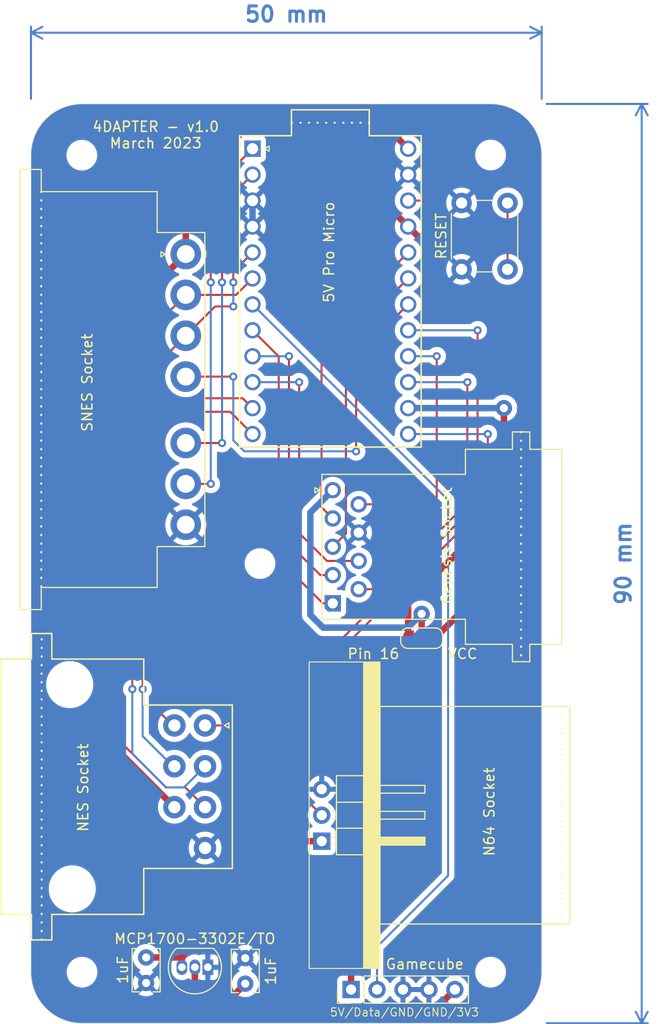
<source format=kicad_pcb>
(kicad_pcb (version 20221018) (generator pcbnew)
  (layers (0 "F.Cu" signal) (31 "B.Cu" signal) (35 "F.Paste" user) (37 "F.SilkS" user "F.Silkscreen") (38 "B.Mask" user) (39 "F.Mask" user) (44 "Edge.Cuts" user))
  (net 0 "")
  (net 1 "GND")
  (net 2 "Net-(J1-CLK)")
  (net 3 "Net-(J1-LATCH)")
  (net 4 "Net-(J1-DATA)")
  (net 5 "Net-(J1-DATA4)")
  (net 6 "Net-(J1-DATA3)")
  (net 7 "Net-(U1-C6(5))")
  (net 8 "Net-(U1-D7(6))")
  (net 9 "Net-(U1-(A2)F5)")
  (net 10 "Net-(U1-(A3)F4)")
  (net 11 "Net-(U1-(14)B3)")
  (net 12 "Net-(U1-E6(7))")
  (net 13 "Net-(U1-(15)B1)")
  (net 14 "Net-(U1-TX)")
  (net 15 "Net-(U1-RX)")
  (net 16 "Net-(J4-Pin_5)")
  (net 17 "Net-(U1-(10)B6)")
  (net 18 "Net-(U1-(A1)F6)")
  (net 19 "Net-(J4-Pin_2)")
  (net 20 "Net-(U1-RAW)")
  (net 21 "Net-(J1-VCC)")
  (net 22 "Net-(U1-RST)")
  (net 23 "Net-(JP1-C)")
  (net 24 "Net-(JP1-A)")
  (footprint "Retro Gaming:Pro Micro Headers" (layer "F.Cu") (at 129.3114 68.3514 -90)
    (fp_text reference "U1" hide)
    (fp_text value "5V Pro Micro" (at -3.8354 0.127 90) (layer "F.SilkS"))
    (fp_line (start -17.78 -3.81) (end -15.24 -3.81) (stroke (width 0.15)) (layer "F.SilkS"))
    (fp_line (start -17.78 3.81) (end -17.78 -3.81) (stroke (width 0.15)) (layer "F.SilkS"))
    (fp_line (start -16.51 -3.81) (end -16.51 3.81) (stroke (width 0.2) (type dot)) (layer "F.SilkS"))
    (fp_line (start -15.24 -8.89) (end 15.24 -8.89) (stroke (width 0.15)) (layer "F.SilkS"))
    (fp_line (start -15.24 -3.81) (end -15.24 -8.89) (stroke (width 0.15)) (layer "F.SilkS"))
    (fp_line (start -15.24 3.81) (end -17.78 3.81) (stroke (width 0.15)) (layer "F.SilkS"))
    (fp_line (start -15.24 8.89) (end -15.24 3.81) (stroke (width 0.15)) (layer "F.SilkS"))
    (fp_line (start -15.24 8.89) (end 15.24 8.89) (stroke (width 0.15)) (layer "F.SilkS"))
    (fp_line (start -14.22 5.993187) (end -13.72 5.993187) (stroke (width 0.12)) (layer "F.SilkS"))
    (fp_line (start -13.97 6.4262) (end -14.22 5.993187) (stroke (width 0.12)) (layer "F.SilkS"))
    (fp_line (start -13.72 5.993187) (end -13.97 6.4262) (stroke (width 0.12)) (layer "F.SilkS"))
    (fp_line (start 15.24 -8.89) (end 15.24 8.89) (stroke (width 0.15)) (layer "F.SilkS"))
    (pad "1" thru_hole rect (at -13.97 7.62 270) (size 1.6 1.6) (drill 1.1) (layers "*.Cu" "*.Mask") (net 14 "Net-(U1-TX)"))
    (pad "2" thru_hole circle (at -11.43 7.62 270) (size 1.6 1.6) (drill 1.1) (layers "*.Cu" "*.Mask") (net 15 "Net-(U1-RX)"))
    (pad "3" thru_hole circle (at -8.89 7.62 270) (size 1.6 1.6) (drill 1.1) (layers "*.Cu" "*.Mask") (net 1 "GND"))
    (pad "4" thru_hole circle (at -6.35 7.62 270) (size 1.6 1.6) (drill 1.1) (layers "*.Cu" "*.Mask") (net 1 "GND"))
    (pad "5" thru_hole circle (at -3.81 7.62 270) (size 1.6 1.6) (drill 1.1) (layers "*.Cu" "*.Mask") (net 3 "Net-(J1-LATCH)"))
    (pad "6" thru_hole circle (at -1.27 7.62 270) (size 1.6 1.6) (drill 1.1) (layers "*.Cu" "*.Mask") (net 2 "Net-(J1-CLK)"))
    (pad "7" thru_hole circle (at 1.27 7.62 270) (size 1.6 1.6) (drill 1.1) (layers "*.Cu" "*.Mask") (net 19 "Net-(J4-Pin_2)"))
    (pad "8" thru_hole circle (at 3.81 7.62 270) (size 1.6 1.6) (drill 1.1) (layers "*.Cu" "*.Mask") (net 7 "Net-(U1-C6(5))"))
    (pad "9" thru_hole circle (at 6.35 7.62 270) (size 1.6 1.6) (drill 1.1) (layers "*.Cu" "*.Mask") (net 8 "Net-(U1-D7(6))"))
    (pad "10" thru_hole circle (at 8.89 7.62 270) (size 1.6 1.6) (drill 1.1) (layers "*.Cu" "*.Mask") (net 12 "Net-(U1-E6(7))"))
    (pad "11" thru_hole circle (at 11.43 7.62 270) (size 1.6 1.6) (drill 1.1) (layers "*.Cu" "*.Mask") (net 6 "Net-(J1-DATA3)"))
    (pad "12" thru_hole circle (at 13.97 7.62 270) (size 1.6 1.6) (drill 1.1) (layers "*.Cu" "*.Mask") (net 5 "Net-(J1-DATA4)"))
    (pad "13" thru_hole circle (at 13.97 -7.62 270) (size 1.6 1.6) (drill 1.1) (layers "*.Cu" "*.Mask") (net 17 "Net-(U1-(10)B6)"))
    (pad "14" thru_hole circle (at 11.43 -7.62 270) (size 1.6 1.6) (drill 1.1) (layers "*.Cu" "*.Mask") (net 24 "Net-(JP1-A)"))
    (pad "15" thru_hole circle (at 8.89 -7.62 270) (size 1.6 1.6) (drill 1.1) (layers "*.Cu" "*.Mask") (net 11 "Net-(U1-(14)B3)"))
    (pad "16" thru_hole circle (at 6.35 -7.62 270) (size 1.6 1.6) (drill 1.1) (layers "*.Cu" "*.Mask") (net 13 "Net-(U1-(15)B1)"))
    (pad "17" thru_hole circle (at 3.81 -7.62 270) (size 1.6 1.6) (drill 1.1) (layers "*.Cu" "*.Mask") (net 4 "Net-(J1-DATA)"))
    (pad "18" thru_hole circle (at 1.27 -7.62 270) (size 1.6 1.6) (drill 1.1) (layers "*.Cu" "*.Mask") (net 18 "Net-(U1-(A1)F6)"))
    (pad "19" thru_hole circle (at -1.27 -7.62 270) (size 1.6 1.6) (drill 1.1) (layers "*.Cu" "*.Mask") (net 9 "Net-(U1-(A2)F5)"))
    (pad "20" thru_hole circle (at -3.81 -7.62 270) (size 1.6 1.6) (drill 1.1) (layers "*.Cu" "*.Mask") (net 10 "Net-(U1-(A3)F4)"))
    (pad "21" thru_hole circle (at -6.35 -7.62 270) (size 1.6 1.6) (drill 1.1) (layers "*.Cu" "*.Mask") (net 21 "Net-(J1-VCC)"))
    (pad "22" thru_hole circle (at -8.89 -7.62 270) (size 1.6 1.6) (drill 1.1) (layers "*.Cu" "*.Mask") (net 22 "Net-(U1-RST)"))
    (pad "23" thru_hole circle (at -11.43 -7.62 270) (size 1.6 1.6) (drill 1.1) (layers "*.Cu" "*.Mask") (net 1 "GND"))
    (pad "24" thru_hole circle (at -13.97 -7.62 270) (size 1.6 1.6) (drill 1.1) (layers "*.Cu" "*.Mask") (net 20 "Net-(U1-RAW)"))
  )
  (footprint "Retro Gaming:NES 90 Socket" (layer "F.Cu") (at 114.5032 123.5456 180)
    (fp_text reference "J1" hide)
    (fp_text value "NES Socket" (at 9.398 6.604 90) (layer "F.SilkS"))
    (fp_line (start -5.21 14.7) (end -5.21 -1.3) (stroke (width 0.15)) (layer "F.SilkS"))
    (fp_line (start -5.21 14.7) (end 3.46 14.7) (stroke (width 0.15)) (layer "F.SilkS"))
    (fp_line (start -4.878013 12.45) (end -4.445 12.7) (stroke (width 0.12)) (layer "F.SilkS"))
    (fp_line (start -4.878013 12.95) (end -4.878013 12.45) (stroke (width 0.12)) (layer "F.SilkS"))
    (fp_line (start -4.445 12.7) (end -4.878013 12.95) (stroke (width 0.12)) (layer "F.SilkS"))
    (fp_line (start 3.46 -5.8) (end 3.46 -1.3) (stroke (width 0.15)) (layer "F.SilkS"))
    (fp_line (start 3.46 -1.3) (end -5.21 -1.3) (stroke (width 0.15)) (layer "F.SilkS"))
    (fp_line (start 3.46 14.7) (end 3.46 19.2) (stroke (width 0.15)) (layer "F.SilkS"))
    (fp_line (start 3.46 19.2) (end 12.46 19.2) (stroke (width 0.15)) (layer "F.SilkS"))
    (fp_line (start 12.46 -8.3) (end 12.46 -5.8) (stroke (width 0.15)) (layer "F.SilkS"))
    (fp_line (start 12.46 -5.8) (end 3.46 -5.8) (stroke (width 0.15)) (layer "F.SilkS"))
    (fp_line (start 12.46 19.2) (end 12.46 21.7) (stroke (width 0.15)) (layer "F.SilkS"))
    (fp_line (start 12.46 21.7) (end 14.46 21.7) (stroke (width 0.15)) (layer "F.SilkS"))
    (fp_line (start 13.46 -8.29) (end 13.46 21.7) (stroke (width 0.2) (type dot)) (layer "F.SilkS"))
    (fp_line (start 14.46 -8.3) (end 12.46 -8.3) (stroke (width 0.15)) (layer "F.SilkS"))
    (fp_line (start 14.46 -5.8) (end 14.46 -8.3) (stroke (width 0.15)) (layer "F.SilkS"))
    (fp_line (start 14.46 19.2) (end 17.46 19.2) (stroke (width 0.15)) (layer "F.SilkS"))
    (fp_line (start 14.46 21.7) (end 14.46 19.2) (stroke (width 0.15)) (layer "F.SilkS"))
    (fp_line (start 17.46 -5.8) (end 14.46 -5.8) (stroke (width 0.15)) (layer "F.SilkS"))
    (fp_line (start 17.46 19.2) (end 17.46 -5.8) (stroke (width 0.15)) (layer "F.SilkS"))
    (pad "" np_thru_hole circle (at 10.46 -3.3 270) (size 4.1 4.1) (drill 4.1) (layers "*.Cu" "*.Mask"))
    (pad "" np_thru_hole circle (at 10.71 16.7 270) (size 4.1 4.1) (drill 4.1) (layers "*.Cu" "*.Mask"))
    (pad "1" thru_hole circle (at -2.54 0.7 270) (size 2.2 2.2) (drill 1.2) (layers "*.Cu" "*.Mask") (net 1 "GND"))
    (pad "2" thru_hole circle (at -2.54 4.7 270) (size 2.2 2.2) (drill 1.2) (layers "*.Cu" "*.Mask") (net 2 "Net-(J1-CLK)"))
    (pad "3" thru_hole circle (at -2.54 8.7 270) (size 2.2 2.2) (drill 1.2) (layers "*.Cu" "*.Mask") (net 3 "Net-(J1-LATCH)"))
    (pad "4" thru_hole circle (at -2.54 12.7 270) (size 2.2 2.2) (drill 1.2) (layers "*.Cu" "*.Mask") (net 4 "Net-(J1-DATA)"))
    (pad "5" thru_hole circle (at 0.46 12.7 270) (size 2.2 2.2) (drill 1.2) (layers "*.Cu" "*.Mask") (net 5 "Net-(J1-DATA4)"))
    (pad "6" thru_hole circle (at 0.46 8.7 270) (size 2.2 2.2) (drill 1.2) (layers "*.Cu" "*.Mask") (net 6 "Net-(J1-DATA3)"))
    (pad "7" thru_hole circle (at 0.46 4.7 270) (size 2.2 2.2) (drill 1.2) (layers "*.Cu" "*.Mask") (net 21 "Net-(J1-VCC)"))
  )
  (footprint "Button_Switch_THT:SW_PUSH_6mm" (layer "F.Cu") (at 142.1596 66.1924 90)
    (fp_text reference "RESET" (at 3.25 -2 90) (layer "F.SilkS"))
    (fp_text value "RESET" hide)
    (fp_line (start -0.25 1.5) (end -0.25 3) (stroke (width 0.12)) (layer "F.SilkS"))
    (fp_line (start 1 5.5) (end 5.5 5.5) (stroke (width 0.12)) (layer "F.SilkS"))
    (fp_line (start 5.5 -1) (end 1 -1) (stroke (width 0.12)) (layer "F.SilkS"))
    (fp_line (start 6.75 3) (end 6.75 1.5) (stroke (width 0.12)) (layer "F.SilkS"))
    (pad "1" thru_hole circle (at 0 0 180) (size 2 2) (drill 1.1) (layers "*.Cu" "*.Mask") (net 1 "GND"))
    (pad "1" thru_hole circle (at 6.5 0 180) (size 2 2) (drill 1.1) (layers "*.Cu" "*.Mask") (net 1 "GND"))
    (pad "2" thru_hole circle (at 0 4.5 180) (size 2 2) (drill 1.1) (layers "*.Cu" "*.Mask") (net 22 "Net-(U1-RST)"))
    (pad "2" thru_hole circle (at 6.5 4.5 180) (size 2 2) (drill 1.1) (layers "*.Cu" "*.Mask") (net 22 "Net-(U1-RST)"))
  )
  (footprint "Retro Gaming:NPTH Mounting Hole" (layer "F.Cu") (at 145 55)
    (fp_text reference "REF**" hide)
    (fp_text value "NPTH Mounting Hole" hide)
    (pad "" np_thru_hole circle (at 0 0) (size 2.5 2.5) (drill 2.5) (layers "F&B.Cu" "*.Mask"))
  )
  (footprint "Retro Gaming:NPTH Mounting Hole" (layer "F.Cu") (at 145 135)
    (fp_text reference "REF**" hide)
    (fp_text value "NPTH Mounting Hole" hide)
    (pad "" np_thru_hole circle (at 0 0) (size 2.5 2.5) (drill 2.5) (layers "F&B.Cu" "*.Mask"))
  )
  (footprint "Capacitor_THT:C_Rect_L4.0mm_W2.5mm_P2.50mm" (layer "F.Cu") (at 111.2774 133.5594 -90)
    (fp_text reference "C2" hide)
    (fp_text value "1uF" (at 1.213 2.286 90) (layer "F.SilkS"))
    (fp_line (start -0.87 -1.37) (end -0.87 -0.665) (stroke (width 0.12)) (layer "F.SilkS"))
    (fp_line (start -0.87 -1.37) (end 3.37 -1.37) (stroke (width 0.12)) (layer "F.SilkS"))
    (fp_line (start -0.87 0.665) (end -0.87 1.37) (stroke (width 0.12)) (layer "F.SilkS"))
    (fp_line (start -0.87 1.37) (end 3.37 1.37) (stroke (width 0.12)) (layer "F.SilkS"))
    (fp_line (start 3.37 -1.37) (end 3.37 -0.665) (stroke (width 0.12)) (layer "F.SilkS"))
    (fp_line (start 3.37 0.665) (end 3.37 1.37) (stroke (width 0.12)) (layer "F.SilkS"))
    (pad "1" thru_hole circle (at 0 0 270) (size 1.6 1.6) (drill 0.8) (layers "*.Cu" "*.Mask") (net 16 "Net-(J4-Pin_5)"))
    (pad "2" thru_hole circle (at 2.5 0 270) (size 1.6 1.6) (drill 0.8) (layers "*.Cu" "*.Mask") (net 1 "GND"))
  )
  (footprint "Jumper:SolderJumper-3_P1.3mm_Bridged12_RoundedPad1.0x1.5mm_NumberLabels" (layer "F.Cu") (at 138.2476 102.3018)
    (fp_text reference "JP1" hide)
    (fp_text value "SolderJumper_3_Bridged12" hide)
    (fp_text user "Pin 16" (at -4.7198 1.5334) (layer "F.SilkS"))
    (fp_text user "VCC" (at 4.0178 1.5334) (layer "F.SilkS"))
    (fp_poly (pts (xy -0.9 -0.3) (xy -0.4 -0.3) (xy -0.4 0.3) (xy -0.9 0.3)) (fill solid) (layer "F.Cu"))
    (fp_line (start -2.05 0.3) (end -2.05 -0.3) (stroke (width 0.12)) (layer "F.SilkS"))
    (fp_line (start -1.4 -1) (end 1.4 -1) (stroke (width 0.12)) (layer "F.SilkS"))
    (fp_line (start 1.4 1) (end -1.4 1) (stroke (width 0.12)) (layer "F.SilkS"))
    (fp_line (start 2.05 -0.3) (end 2.05 0.3) (stroke (width 0.12)) (layer "F.SilkS"))
    (fp_arc (start -2.05 -0.3) (mid -1.844975 -0.794975) (end -1.35 -1) (stroke (width 0.12)) (layer "F.SilkS"))
    (fp_arc (start -1.35 1) (mid -1.844975 0.794975) (end -2.05 0.3) (stroke (width 0.12)) (layer "F.SilkS"))
    (fp_arc (start 1.35 -1) (mid 1.844975 -0.794975) (end 2.05 -0.3) (stroke (width 0.12)) (layer "F.SilkS"))
    (fp_arc (start 2.05 0.3) (mid 1.844975 0.794975) (end 1.35 1) (stroke (width 0.12)) (layer "F.SilkS"))
    (pad "1" smd custom (at -1.3 0) (size 1 0.5) (layers "F.Cu" "F.Mask") (net 24 "Net-(JP1-A)") (options (clearance outline) (anchor rect)) (primitives (gr_poly (pts (xy 0.55 0.75) (xy 0 0.75) (xy 0 -0.75) (xy 0.55 -0.75)) (width 0) (fill yes)) (gr_circle (center 0 0.25) (end 0.5 0.25) (width 0) (fill yes)) (gr_circle (center 0 -0.25) (end 0.5 -0.25) (width 0) (fill yes))))
    (pad "2" smd rect (at 0 0) (size 1 1.5) (layers "F.Cu" "F.Mask") (net 23 "Net-(JP1-C)"))
    (pad "3" smd custom (at 1.3 0) (size 1 0.5) (layers "F.Cu" "F.Mask") (net 21 "Net-(J1-VCC)") (options (clearance outline) (anchor rect)) (primitives (gr_circle (center 0 0.25) (end 0.5 0.25) (width 0) (fill yes)) (gr_circle (center 0 -0.25) (end 0.5 -0.25) (width 0) (fill yes)) (gr_poly (pts (xy 0 0.75) (xy -0.55 0.75) (xy -0.55 -0.75) (xy 0 -0.75)) (width 0) (fill yes))))
  )
  (footprint "Retro Gaming:N64 Daughter Board" (layer "F.Cu") (at 145.7894 119.164 180)
    (fp_text reference "U3" hide)
    (fp_text value "N64 Socket" (at 0.9144 -0.1398 90 unlocked) (layer "F.SilkS"))
    (fp_line (start -6.21 10.03) (end -6.21 -10.97) (stroke (width 0.12) (type dot)) (layer "F.SilkS"))
    (fp_line (start 7.22 -3.39) (end 13.22 -3.39) (stroke (width 0.12)) (layer "F.SilkS"))
    (fp_line (start 7.22 -2.63) (end 7.22 -3.39) (stroke (width 0.12)) (layer "F.SilkS"))
    (fp_line (start 7.22 -0.85) (end 13.22 -0.85) (stroke (width 0.12)) (layer "F.SilkS"))
    (fp_line (start 7.22 -0.09) (end 7.22 -0.85) (stroke (width 0.12)) (layer "F.SilkS"))
    (fp_line (start 7.22 1.69) (end 13.22 1.69) (stroke (width 0.12)) (layer "F.SilkS"))
    (fp_line (start 7.22 2.45) (end 7.22 1.69) (stroke (width 0.12)) (layer "F.SilkS"))
    (fp_line (start 7.23 -3.39) (end 13.23 -3.39) (stroke (width 0.12)) (layer "F.SilkS"))
    (fp_line (start 7.23 -2.63) (end 7.23 -3.39) (stroke (width 0.12)) (layer "F.SilkS"))
    (fp_line (start 11.62 -15.47) (end 18.55 -15.47) (stroke (width 0.1)) (layer "F.SilkS"))
    (fp_line (start 11.62 14.53) (end 18.55 14.53) (stroke (width 0.1)) (layer "F.SilkS"))
    (fp_line (start 13.22 -4.34) (end 13.22 3.4) (stroke (width 0.12)) (layer "F.SilkS"))
    (fp_line (start 13.22 -2.63) (end 7.22 -2.63) (stroke (width 0.12)) (layer "F.SilkS"))
    (fp_line (start 13.22 -0.09) (end 7.22 -0.09) (stroke (width 0.12)) (layer "F.SilkS"))
    (fp_line (start 13.22 2.45) (end 7.22 2.45) (stroke (width 0.12)) (layer "F.SilkS"))
    (fp_line (start 13.22 3.4) (end 15.88 3.4) (stroke (width 0.12)) (layer "F.SilkS"))
    (fp_line (start 13.23 -3.29) (end 7.23 -3.29) (stroke (width 0.12)) (layer "F.SilkS"))
    (fp_line (start 13.23 -3.17) (end 7.23 -3.17) (stroke (width 0.12)) (layer "F.SilkS"))
    (fp_line (start 13.23 -3.05) (end 7.23 -3.05) (stroke (width 0.12)) (layer "F.SilkS"))
    (fp_line (start 13.23 -2.93) (end 7.23 -2.93) (stroke (width 0.12)) (layer "F.SilkS"))
    (fp_line (start 13.23 -2.81) (end 7.23 -2.81) (stroke (width 0.12)) (layer "F.SilkS"))
    (fp_line (start 13.23 -2.69) (end 7.23 -2.69) (stroke (width 0.12)) (layer "F.SilkS"))
    (fp_line (start 13.23 -2.63) (end 7.23 -2.63) (stroke (width 0.12)) (layer "F.SilkS"))
    (fp_line (start 15.88 -4.34) (end 13.22 -4.34) (stroke (width 0.12)) (layer "F.SilkS"))
    (fp_line (start 15.88 -1.74) (end 13.22 -1.74) (stroke (width 0.12)) (layer "F.SilkS"))
    (fp_line (start 15.88 0.8) (end 13.22 0.8) (stroke (width 0.12)) (layer "F.SilkS"))
    (fp_line (start 15.88 3.4) (end 15.88 -4.34) (stroke (width 0.12)) (layer "F.SilkS"))
    (fp_line (start 16.21 1.69) (end 15.88 1.69) (stroke (width 0.12)) (layer "F.SilkS"))
    (fp_line (start 16.21 2.45) (end 15.88 2.45) (stroke (width 0.12)) (layer "F.SilkS"))
    (fp_line (start 16.277071 -3.39) (end 15.88 -3.39) (stroke (width 0.12)) (layer "F.SilkS"))
    (fp_line (start 16.277071 -2.63) (end 15.88 -2.63) (stroke (width 0.12)) (layer "F.SilkS"))
    (fp_line (start 16.277071 -0.85) (end 15.88 -0.85) (stroke (width 0.12)) (layer "F.SilkS"))
    (fp_line (start 16.277071 -0.09) (end 15.88 -0.09) (stroke (width 0.12)) (layer "F.SilkS"))
    (fp_line (start 18.55 14.53) (end 18.55 -15.47) (stroke (width 0.1)) (layer "F.SilkS"))
    (fp_rect (start -6.98 -11.12) (end 11.62 10.18) (stroke (width 0.12)) (fill none) (layer "F.SilkS"))
    (fp_rect (start 11.62 -15.47) (end 13.22 14.53) (stroke (width 0.1)) (fill solid) (layer "F.SilkS"))
    (pad "1" thru_hole rect (at 17.32 -3.01) (size 1.7 1.7) (drill 1) (layers "*.Cu" "*.Mask") (net 16 "Net-(J4-Pin_5)"))
    (pad "2" thru_hole oval (at 17.32 -0.47) (size 1.7 1.7) (drill 1) (layers "*.Cu" "*.Mask") (net 17 "Net-(U1-(10)B6)"))
    (pad "3" thru_hole oval (at 17.32 2.07) (size 1.7 1.7) (drill 1) (layers "*.Cu" "*.Mask") (net 1 "GND"))
  )
  (footprint "Capacitor_THT:C_Rect_L4.0mm_W2.5mm_P2.50mm" (layer "F.Cu") (at 120.9802 136.1294 90)
    (fp_text reference "C1" hide)
    (fp_text value "1uF" (at 1.25 2.5 90) (layer "F.SilkS"))
    (fp_line (start -0.87 -1.37) (end -0.87 -0.665) (stroke (width 0.12)) (layer "F.SilkS"))
    (fp_line (start -0.87 -1.37) (end 3.37 -1.37) (stroke (width 0.12)) (layer "F.SilkS"))
    (fp_line (start -0.87 0.665) (end -0.87 1.37) (stroke (width 0.12)) (layer "F.SilkS"))
    (fp_line (start -0.87 1.37) (end 3.37 1.37) (stroke (width 0.12)) (layer "F.SilkS"))
    (fp_line (start 3.37 -1.37) (end 3.37 -0.665) (stroke (width 0.12)) (layer "F.SilkS"))
    (fp_line (start 3.37 0.665) (end 3.37 1.37) (stroke (width 0.12)) (layer "F.SilkS"))
    (pad "1" thru_hole circle (at 0 0 90) (size 1.6 1.6) (drill 0.8) (layers "*.Cu" "*.Mask") (net 20 "Net-(U1-RAW)"))
    (pad "2" thru_hole circle (at 2.5 0 90) (size 1.6 1.6) (drill 0.8) (layers "*.Cu" "*.Mask") (net 1 "GND"))
  )
  (footprint "Retro Gaming:SNES 90 Socket" (layer "F.Cu") (at 107.7562 77.1144)
    (fp_text reference "U4" hide)
    (fp_text value "SNES Socket" (at -2.2446 0.1778 90) (layer "F.SilkS"))
    (fp_line (start -8.82 -20.7) (end -6.75 -20.7) (stroke (width 0.12)) (layer "F.SilkS"))
    (fp_line (start -8.82 22.39) (end -8.82 -20.7) (stroke (width 0.12)) (layer "F.SilkS"))
    (fp_line (start -6.75 -18.53) (end -6.75 -20.7) (stroke (width 0.12)) (layer "F.SilkS"))
    (fp_line (start -6.75 -18.53) (end -6.75 20.22) (stroke (width 0.2) (type dot)) (layer "F.SilkS"))
    (fp_line (start -6.75 22.39) (end -8.82 22.39) (stroke (width 0.12)) (layer "F.SilkS"))
    (fp_line (start -6.75 22.39) (end -6.75 20.22) (stroke (width 0.12)) (layer "F.SilkS"))
    (fp_line (start 4.6 -18.53) (end -6.75 -18.53) (stroke (width 0.12)) (layer "F.SilkS"))
    (fp_line (start 4.6 -14.53) (end 4.6 -18.53) (stroke (width 0.12)) (layer "F.SilkS"))
    (fp_line (start 4.6 20.22) (end -6.75 20.22) (stroke (width 0.12)) (layer "F.SilkS"))
    (fp_line (start 4.6 20.22) (end 4.6 16.22) (stroke (width 0.12)) (layer "F.SilkS"))
    (fp_line (start 4.976987 -12.65) (end 5.41 -12.4) (stroke (width 0.12)) (layer "F.SilkS"))
    (fp_line (start 4.976987 -12.15) (end 4.976987 -12.65) (stroke (width 0.12)) (layer "F.SilkS"))
    (fp_line (start 5.41 -12.4) (end 4.976987 -12.15) (stroke (width 0.12)) (layer "F.SilkS"))
    (fp_line (start 9.27 -14.53) (end 4.6 -14.53) (stroke (width 0.12)) (layer "F.SilkS"))
    (fp_line (start 9.27 -14.53) (end 9.27 16.22) (stroke (width 0.12)) (layer "F.SilkS"))
    (fp_line (start 9.27 16.22) (end 4.6 16.22) (stroke (width 0.12)) (layer "F.SilkS"))
    (pad "1" thru_hole circle (at 7.4 -12.42 270) (size 3 3) (drill 1.75) (layers "*.Cu" "*.Mask") (net 21 "Net-(J1-VCC)"))
    (pad "2" thru_hole circle (at 7.4 -8.42 270) (size 3 3) (drill 1.75) (layers "*.Cu" "*.Mask") (net 2 "Net-(J1-CLK)"))
    (pad "3" thru_hole circle (at 7.4 -4.42 270) (size 3 3) (drill 1.75) (layers "*.Cu" "*.Mask") (net 3 "Net-(J1-LATCH)"))
    (pad "4" thru_hole circle (at 7.4 -0.42 270) (size 3 3) (drill 1.75) (layers "*.Cu" "*.Mask") (net 18 "Net-(U1-(A1)F6)"))
    (pad "5" thru_hole circle (at 7.4 6.08 270) (size 3 3) (drill 1.75) (layers "*.Cu" "*.Mask") (net 15 "Net-(U1-RX)"))
    (pad "6" thru_hole circle (at 7.4 10.08 270) (size 3 3) (drill 1.75) (layers "*.Cu" "*.Mask") (net 14 "Net-(U1-TX)"))
    (pad "7" thru_hole circle (at 7.4 14.08 270) (size 3 3) (drill 1.75) (layers "*.Cu" "*.Mask") (net 1 "GND"))
  )
  (footprint "Retro Gaming:NPTH Mounting Hole" (layer "F.Cu") (at 104.9782 55.0164)
    (fp_text reference "REF**" hide)
    (fp_text value "NPTH Mounting Hole" hide)
    (pad "" np_thru_hole circle (at 0 0) (size 2.5 2.5) (drill 2.5) (layers "F&B.Cu" "*.Mask"))
  )
  (footprint "Package_TO_SOT_THT:TO-92_Inline" (layer "F.Cu") (at 117.3172 134.5194 180)
    (fp_text reference "U2" hide)
    (fp_text value "MCP1700-3302E/TO" (at 1.27 2.79) (layer "F.SilkS"))
    (fp_line (start -0.53 1.85) (end 3.07 1.85) (stroke (width 0.12)) (layer "F.SilkS"))
    (fp_arc (start -0.568478 1.838478) (mid -1.132087 -0.994977) (end 1.27 -2.6) (stroke (width 0.12)) (layer "F.SilkS"))
    (fp_arc (start 1.27 -2.6) (mid 3.672087 -0.994977) (end 3.108478 1.838478) (stroke (width 0.12)) (layer "F.SilkS"))
    (pad "1" thru_hole rect (at 0 0 180) (size 1.05 1.5) (drill 0.75) (layers "*.Cu" "*.Mask") (net 1 "GND"))
    (pad "2" thru_hole oval (at 1.27 0 180) (size 1.05 1.5) (drill 0.75) (layers "*.Cu" "*.Mask") (net 20 "Net-(U1-RAW)"))
    (pad "3" thru_hole oval (at 2.54 0 180) (size 1.05 1.5) (drill 0.75) (layers "*.Cu" "*.Mask") (net 16 "Net-(J4-Pin_5)"))
  )
  (footprint "" (layer "F.Cu") (at 122.422231 95)
    (fp_text reference "" (at 0 0) (layer "F.SilkS") (effects (font (size 1.27 1.27))))
    (fp_text value "" (at 0 0) (layer "F.SilkS") (effects (font (size 1.27 1.27))))
    (pad "" np_thru_hole circle (at 0 0) (size 2.5 2.5) (drill 2.5) (layers "*.Cu" "*.Mask"))
  )
  (footprint "Retro Gaming:Genesis 90 Socket" (layer "F.Cu") (at 140.6972 93.3727 90)
    (fp_text reference "J3" hide)
    (fp_text value "Genesis Socket" (at 0.125 0 90 unlocked) (layer "F.SilkS"))
    (fp_line (start -11.23 6.44) (end -11.23 8.14) (stroke (width 0.12)) (layer "F.SilkS"))
    (fp_line (start -9.53 1.84) (end -7.08 1.84) (stroke (width 0.12)) (layer "F.SilkS"))
    (fp_line (start -9.53 6.44) (end -11.23 6.44) (stroke (width 0.12)) (layer "F.SilkS"))
    (fp_line (start -9.53 6.44) (end -9.53 1.84) (stroke (width 0.12)) (layer "F.SilkS"))
    (fp_line (start -9.53 8.14) (end -11.23 8.14) (stroke (width 0.12)) (layer "F.SilkS"))
    (fp_line (start -9.53 8.14) (end -9.53 11.27) (stroke (width 0.12)) (layer "F.SilkS"))
    (fp_line (start -9.53 11.27) (end 9.56 11.27) (stroke (width 0.12)) (layer "F.SilkS"))
    (fp_line (start -7.08 -12.21) (end 7.11 -12.21) (stroke (width 0.12)) (layer "F.SilkS"))
    (fp_line (start -7.08 1.84) (end -7.08 -12.21) (stroke (width 0.12)) (layer "F.SilkS"))
    (fp_line (start 5.31 -12.904338) (end 5.81 -12.904338) (stroke (width 0.12)) (layer "F.SilkS"))
    (fp_line (start 5.56 -12.471325) (end 5.31 -12.904338) (stroke (width 0.12)) (layer "F.SilkS"))
    (fp_line (start 5.81 -12.904338) (end 5.56 -12.471325) (stroke (width 0.12)) (layer "F.SilkS"))
    (fp_line (start 7.11 -12.21) (end 7.11 1.84) (stroke (width 0.12)) (layer "F.SilkS"))
    (fp_line (start 7.11 1.84) (end 9.56 1.84) (stroke (width 0.12)) (layer "F.SilkS"))
    (fp_line (start 9.56 1.84) (end 9.56 6.44) (stroke (width 0.12)) (layer "F.SilkS"))
    (fp_line (start 9.56 8.14) (end 9.56 11.27) (stroke (width 0.12)) (layer "F.SilkS"))
    (fp_line (start 11.26 6.44) (end 9.56 6.44) (stroke (width 0.12)) (layer "F.SilkS"))
    (fp_line (start 11.26 7.29) (end -11.23 7.29) (stroke (width 0.2) (type dot)) (layer "F.SilkS"))
    (fp_line (start 11.26 8.14) (end 9.56 8.14) (stroke (width 0.12)) (layer "F.SilkS"))
    (fp_line (start 11.26 8.14) (end 11.26 6.44) (stroke (width 0.12)) (layer "F.SilkS"))
    (pad "1" thru_hole roundrect (at -5.52 -11.15 90) (size 1.6 1.6) (drill 1) (layers "*.Cu" "*.Mask") (roundrect_rratio 0) (chamfer_ratio 0.2) (chamfer top_left) (net 7 "Net-(U1-C6(5))"))
    (pad "2" thru_hole circle (at -2.75 -11.15 90) (size 1.6 1.6) (drill 1) (layers "*.Cu" "*.Mask") (net 8 "Net-(U1-D7(6))"))
    (pad "3" thru_hole circle (at 0.02 -11.15 90) (size 1.6 1.6) (drill 1) (layers "*.Cu" "*.Mask") (net 9 "Net-(U1-(A2)F5)"))
    (pad "4" thru_hole circle (at 2.79 -11.15 90) (size 1.6 1.6) (drill 1) (layers "*.Cu" "*.Mask") (net 10 "Net-(U1-(A3)F4)"))
    (pad "5" thru_hole circle (at 5.56 -11.15 90) (size 1.6 1.6) (drill 1) (layers "*.Cu" "*.Mask") (net 23 "Net-(JP1-C)"))
    (pad "6" thru_hole circle (at -4.135 -8.61 90) (size 1.6 1.6) (drill 1) (layers "*.Cu" "*.Mask") (net 11 "Net-(U1-(14)B3)"))
    (pad "7" thru_hole circle (at -1.365 -8.61 90) (size 1.6 1.6) (drill 1) (layers "*.Cu" "*.Mask") (net 12 "Net-(U1-E6(7))"))
    (pad "8" thru_hole circle (at 1.405 -8.61 90) (size 1.6 1.6) (drill 1) (layers "*.Cu" "*.Mask") (net 1 "GND"))
    (pad "9" thru_hole circle (at 4.175 -8.61 90) (size 1.6 1.6) (drill 1) (layers "*.Cu" "*.Mask") (net 13 "Net-(U1-(15)B1)"))
  )
  (footprint "Connector_PinHeader_2.54mm:PinHeader_1x05_P2.54mm_Vertical" (layer "F.Cu") (at 131.3434 136.7028 90)
    (fp_text reference "J4" hide)
    (fp_text value "Gamecube" (at 2.4892 7.2136 180) (layer "F.SilkS"))
    (fp_line (start -1.33 -1.33) (end 0 -1.33) (stroke (width 0.12)) (layer "F.SilkS"))
    (fp_line (start -1.33 0) (end -1.33 -1.33) (stroke (width 0.12)) (layer "F.SilkS"))
    (fp_line (start -1.33 1.27) (end -1.33 11.49) (stroke (width 0.12)) (layer "F.SilkS"))
    (fp_line (start -1.33 1.27) (end 1.33 1.27) (stroke (width 0.12)) (layer "F.SilkS"))
    (fp_line (start -1.33 11.49) (end 1.33 11.49) (stroke (width 0.12)) (layer "F.SilkS"))
    (fp_line (start 1.33 1.27) (end 1.33 11.49) (stroke (width 0.12)) (layer "F.SilkS"))
    (pad "1" thru_hole rect (at 0 0 90) (size 1.7 1.7) (drill 1) (layers "*.Cu" "*.Mask") (net 21 "Net-(J1-VCC)"))
    (pad "2" thru_hole oval (at 0 2.54 90) (size 1.7 1.7) (drill 1) (layers "*.Cu" "*.Mask") (net 19 "Net-(J4-Pin_2)"))
    (pad "3" thru_hole oval (at 0 5.08 90) (size 1.7 1.7) (drill 1) (layers "*.Cu" "*.Mask") (net 1 "GND"))
    (pad "4" thru_hole oval (at 0 7.62 90) (size 1.7 1.7) (drill 1) (layers "*.Cu" "*.Mask") (net 1 "GND"))
    (pad "5" thru_hole oval (at 0 10.16 90) (size 1.7 1.7) (drill 1) (layers "*.Cu" "*.Mask") (net 16 "Net-(J4-Pin_5)"))
  )
  (footprint "Retro Gaming:NPTH Mounting Hole" (layer "F.Cu") (at 105 135)
    (fp_text reference "REF**" hide)
    (fp_text value "NPTH Mounting Hole" hide)
    (pad "" np_thru_hole circle (at 0 0) (size 2.5 2.5) (drill 2.5) (layers "F&B.Cu" "*.Mask"))
  )
  (gr_line (start 150 55) (end 150 135) (stroke (width 0.05)) (layer "Edge.Cuts"))
  (gr_line (start 100 55) (end 100 135) (stroke (width 0.05)) (layer "Edge.Cuts"))
  (gr_arc (start 145 50.000001) (mid 148.535534 51.464466) (end 150 55) (stroke (width 0.05)) (layer "Edge.Cuts"))
  (gr_line (start 145 140) (end 105 140) (stroke (width 0.05)) (layer "Edge.Cuts"))
  (gr_arc (start 105 140) (mid 101.464467 138.535534) (end 100 135) (stroke (width 0.05)) (layer "Edge.Cuts"))
  (gr_line (start 105 50) (end 145 50) (stroke (width 0.05)) (layer "Edge.Cuts"))
  (gr_arc (start 100 55) (mid 101.464466 51.464467) (end 105 50) (stroke (width 0.05)) (layer "Edge.Cuts"))
  (gr_arc (start 150 135) (mid 148.535534 138.535533) (end 145 140) (stroke (width 0.05)) (layer "Edge.Cuts"))
  (gr_text "5V/Data/GND/GND/3V3" (at 129.2098 139.3952) (layer "F.SilkS") (effects (font (size 0.8 0.8) (thickness 0.1)) (justify left bottom)))
  (gr_text "4DAPTER - v1.0\nMarch 2023" (at 112.2172 53.0352) (layer "F.SilkS") (effects (font (size 1 1))))
  (dimension (type aligned) (layer "B.Cu") (pts (xy 100 50) (xy 150 50)) (height -6.9724) (gr_text "50 mm" (at 125 41.2276) (layer "B.Cu") (effects (font (size 1.5 1.5) (thickness 0.3)))) (format (prefix "") (suffix "") (units 3) (units_format 1) (precision 4) suppress_zeroes) (style (thickness 0.2) (arrow_length 1.27) (text_position_mode 0) (extension_height 0.58642) (extension_offset 0.5) keep_text_aligned))
  (dimension (type aligned) (layer "B.Cu") (pts (xy 150 50) (xy 150 140)) (height -9.7914) (gr_text "90 mm" (at 157.9914 95 90) (layer "B.Cu") (effects (font (size 1.5 1.5) (thickness 0.3)))) (format (prefix "") (suffix "") (units 3) (units_format 1) (precision 4) suppress_zeroes) (style (thickness 0.2) (arrow_length 1.27) (text_position_mode 0) (extension_height 0.58642) (extension_offset 0.5) keep_text_aligned))
  (segment (start 121.6914 59.4614) (end 121.6914 62.0014) (width 0.635) (layer "B.Cu") (net 1))
  (segment (start 113.2332 116.9162) (end 115.1138 116.9162) (width 0.2) (layer "F.Cu") (net 2))
  (segment (start 108.9152 112.5982) (end 108.9152 74.9354) (width 0.2) (layer "F.Cu") (net 2))
  (segment (start 120.0784 68.6944) (end 115.1562 68.6944) (width 0.2) (layer "F.Cu") (net 2))
  (segment (start 113.2332 116.9162) (end 108.9152 112.5982) (width 0.2) (layer "F.Cu") (net 2))
  (segment (start 121.6914 67.0814) (end 120.0784 68.6944) (width 0.2) (layer "F.Cu") (net 2))
  (segment (start 117.0432 118.8456) (end 115.1138 116.9162) (width 0.2) (layer "F.Cu") (net 2))
  (segment (start 108.9152 74.9354) (end 115.1562 68.6944) (width 0.2) (layer "F.Cu") (net 2))
  (segment (start 109.922733 107.2896) (end 109.922733 77.927867) (width 0.2) (layer "F.Cu") (net 3))
  (segment (start 119.8118 66.421) (end 119.8118 67.4624) (width 0.2) (layer "F.Cu") (net 3))
  (segment (start 118.026 69.8246) (end 119.8118 69.8246) (width 0.2) (layer "F.Cu") (net 3))
  (segment (start 115.1562 72.6944) (end 118.026 69.8246) (width 0.2) (layer "F.Cu") (net 3))
  (segment (start 109.922733 77.927867) (end 115.1562 72.6944) (width 0.2) (layer "F.Cu") (net 3))
  (segment (start 121.6914 64.5414) (end 119.8118 66.421) (width 0.2) (layer "F.Cu") (net 3))
  (via (at 119.8118 67.4624) (size 0.8) (drill 0.4) (layers "F.Cu" "B.Cu") (net 3))
  (via (at 109.922733 107.2896) (size 0.8) (drill 0.4) (layers "F.Cu" "B.Cu") (net 3))
  (via (at 119.8118 69.8246) (size 0.8) (drill 0.4) (layers "F.Cu" "B.Cu") (net 3))
  (segment (start 114.9726 116.9162) (end 117.0432 114.8456) (width 0.2) (layer "B.Cu") (net 3))
  (segment (start 109.922733 107.2896) (end 109.922733 113.605733) (width 0.2) (layer "B.Cu") (net 3))
  (segment (start 109.922733 113.605733) (end 113.2332 116.9162) (width 0.2) (layer "B.Cu") (net 3))
  (segment (start 119.8118 67.4624) (end 119.8118 69.8246) (width 0.2) (layer "B.Cu") (net 3))
  (segment (start 113.2332 116.9162) (end 114.9726 116.9162) (width 0.2) (layer "B.Cu") (net 3))
  (segment (start 117.0432 110.8456) (end 121.9548 110.8456) (width 0.2) (layer "F.Cu") (net 4))
  (segment (start 143.7254 89.075) (end 121.9548 110.8456) (width 0.2) (layer "F.Cu") (net 4))
  (segment (start 143.7254 72.1614) (end 143.7254 89.075) (width 0.2) (layer "F.Cu") (net 4))
  (via (at 143.7254 72.1614) (size 0.8) (drill 0.4) (layers "F.Cu" "B.Cu") (net 4))
  (segment (start 136.9314 72.1614) (end 143.7254 72.1614) (width 0.2) (layer "B.Cu") (net 4))
  (segment (start 111.9378 81.534) (end 111.9378 108.89) (width 0.2) (layer "F.Cu") (net 5))
  (segment (start 121.6914 82.3214) (end 119.507 80.137) (width 0.2) (layer "F.Cu") (net 5))
  (segment (start 119.507 80.137) (end 113.3348 80.137) (width 0.2) (layer "F.Cu") (net 5))
  (segment (start 113.3348 80.137) (end 111.9378 81.534) (width 0.2) (layer "F.Cu") (net 5))
  (segment (start 111.9378 108.89) (end 113.997 110.9492) (width 0.2) (layer "F.Cu") (net 5))
  (segment (start 110.930266 81.119134) (end 110.930266 107.2896) (width 0.2) (layer "F.Cu") (net 6))
  (segment (start 120.7262 78.8162) (end 121.6914 79.7814) (width 0.2) (layer "F.Cu") (net 6))
  (segment (start 110.930266 81.119134) (end 113.2332 78.8162) (width 0.2) (layer "F.Cu") (net 6))
  (segment (start 113.2332 78.8162) (end 120.7262 78.8162) (width 0.2) (layer "F.Cu") (net 6))
  (via (at 110.930266 107.2896) (size 0.8) (drill 0.4) (layers "F.Cu" "B.Cu") (net 6))
  (segment (start 110.930266 111.882466) (end 113.997 114.9492) (width 0.2) (layer "B.Cu") (net 6))
  (segment (start 110.930266 107.2896) (end 110.930266 111.882466) (width 0.2) (layer "B.Cu") (net 6))
  (segment (start 129.5472 98.8927) (end 128.577673 98.8927) (width 0.2) (layer "F.Cu") (net 7))
  (segment (start 124.2568 94.571827) (end 124.2568 74.7268) (width 0.2) (layer "F.Cu") (net 7))
  (segment (start 124.2568 74.7268) (end 121.6914 72.1614) (width 0.2) (layer "F.Cu") (net 7))
  (segment (start 128.577673 98.8927) (end 124.2568 94.571827) (width 0.2) (layer "F.Cu") (net 7))
  (segment (start 125.2568 93.0496) (end 128.3299 96.1227) (width 0.2) (layer "F.Cu") (net 8))
  (segment (start 125.2568 74.7014) (end 125.2568 93.0496) (width 0.2) (layer "F.Cu") (net 8))
  (segment (start 128.3299 96.1227) (end 129.5472 96.1227) (width 0.2) (layer "F.Cu") (net 8))
  (via (at 125.2568 74.7014) (size 0.8) (drill 0.4) (layers "F.Cu" "B.Cu") (net 8))
  (segment (start 121.6914 74.7014) (end 125.2568 74.7014) (width 0.2) (layer "B.Cu") (net 8))
  (segment (start 130.8354 73.1774) (end 136.9314 67.0814) (width 0.2) (layer "F.Cu") (net 9))
  (segment (start 129.5472 93.3527) (end 130.8354 92.0645) (width 0.2) (layer "F.Cu") (net 9))
  (segment (start 130.8354 92.0645) (end 130.8354 73.1774) (width 0.2) (layer "F.Cu") (net 9))
  (segment (start 128.4472 89.4827) (end 128.4472 73.0256) (width 0.2) (layer "F.Cu") (net 10))
  (segment (start 129.5472 90.5827) (end 128.4472 89.4827) (width 0.2) (layer "F.Cu") (net 10))
  (segment (start 128.4472 73.0256) (end 136.9314 64.5414) (width 0.2) (layer "F.Cu") (net 10))
  (segment (start 134.2927 97.5077) (end 132.0872 97.5077) (width 0.2) (layer "F.Cu") (net 11))
  (segment (start 142.7254 89.075) (end 134.2927 97.5077) (width 0.2) (layer "F.Cu") (net 11))
  (segment (start 142.7254 77.2414) (end 142.7254 89.075) (width 0.2) (layer "F.Cu") (net 11))
  (via (at 142.7254 77.2414) (size 0.8) (drill 0.4) (layers "F.Cu" "B.Cu") (net 11))
  (segment (start 136.9314 77.2414) (end 142.7254 77.2414) (width 0.2) (layer "B.Cu") (net 11))
  (segment (start 128.9769 94.7377) (end 126.2568 92.0176) (width 0.2) (layer "F.Cu") (net 12))
  (segment (start 126.2568 92.0176) (end 126.2568 77.2414) (width 0.2) (layer "F.Cu") (net 12))
  (segment (start 132.0872 94.7377) (end 128.9769 94.7377) (width 0.2) (layer "F.Cu") (net 12))
  (via (at 126.2568 77.2414) (size 0.8) (drill 0.4) (layers "F.Cu" "B.Cu") (net 12))
  (segment (start 121.6914 77.2414) (end 126.2568 77.2414) (width 0.2) (layer "B.Cu") (net 12))
  (segment (start 139.7254 74.7014) (end 139.7254 89.075) (width 0.2) (layer "F.Cu") (net 13))
  (segment (start 139.6027 89.1977) (end 139.7254 89.075) (width 0.2) (layer "F.Cu") (net 13))
  (segment (start 132.0872 89.1977) (end 139.6027 89.1977) (width 0.2) (layer "F.Cu") (net 13))
  (via (at 139.7254 74.7014) (size 0.8) (drill 0.4) (layers "F.Cu" "B.Cu") (net 13))
  (segment (start 136.9314 74.7014) (end 139.7254 74.7014) (width 0.2) (layer "B.Cu") (net 13))
  (segment (start 121.6914 54.3814) (end 117.602 58.4708) (width 0.2) (layer "F.Cu") (net 14))
  (segment (start 115.1562 87.1944) (end 117.602 87.1944) (width 0.2) (layer "F.Cu") (net 14))
  (segment (start 117.602 58.4708) (end 117.602 67.4624) (width 0.2) (layer "F.Cu") (net 14))
  (via (at 117.602 67.4624) (size 0.8) (drill 0.4) (layers "F.Cu" "B.Cu") (net 14))
  (via (at 117.602 87.1944) (size 0.8) (drill 0.4) (layers "F.Cu" "B.Cu") (net 14))
  (segment (start 117.602 67.4624) (end 117.602 87.1944) (width 0.2) (layer "B.Cu") (net 14))
  (segment (start 118.7069 59.9059) (end 118.7069 67.4624) (width 0.2) (layer "F.Cu") (net 15))
  (segment (start 121.6914 56.9214) (end 118.7069 59.9059) (width 0.2) (layer "F.Cu") (net 15))
  (segment (start 115.1562 83.1944) (end 118.7069 83.1944) (width 0.2) (layer "F.Cu") (net 15))
  (via (at 118.7069 67.4624) (size 0.8) (drill 0.4) (layers "F.Cu" "B.Cu") (net 15))
  (via (at 118.7069 83.1944) (size 0.8) (drill 0.4) (layers "F.Cu" "B.Cu") (net 15))
  (segment (start 118.7069 67.4624) (end 118.7069 83.1944) (width 0.2) (layer "B.Cu") (net 15))
  (segment (start 114.7772 134.5194) (end 114.7772 133.5844) (width 0.635) (layer "F.Cu") (net 16))
  (segment (start 130.937 139.1412) (end 120.0914 128.2956) (width 0.635) (layer "F.Cu") (net 16))
  (segment (start 120.066 128.2956) (end 114.7772 133.5844) (width 0.635) (layer "F.Cu") (net 16))
  (segment (start 139.065 139.1412) (end 130.937 139.1412) (width 0.635) (layer "F.Cu") (net 16))
  (segment (start 120.0914 128.2956) (end 120.066 128.2956) (width 0.635) (layer "F.Cu") (net 16))
  (segment (start 128.4694 122.174) (end 126.213 122.174) (width 0.635) (layer "F.Cu") (net 16))
  (segment (start 141.5034 136.7028) (end 139.065 139.1412) (width 0.635) (layer "F.Cu") (net 16))
  (segment (start 114.7522 133.5594) (end 114.7772 133.5844) (width 0.635) (layer "F.Cu") (net 16))
  (segment (start 126.213 122.174) (end 120.0914 128.2956) (width 0.635) (layer "F.Cu") (net 16))
  (segment (start 111.2774 133.5594) (end 114.7522 133.5594) (width 0.635) (layer "F.Cu") (net 16))
  (segment (start 126.1966 117.3612) (end 126.1966 107.6038) (width 0.2) (layer "F.Cu") (net 17))
  (segment (start 128.4694 119.634) (end 126.1966 117.3612) (width 0.2) (layer "F.Cu") (net 17))
  (segment (start 144.7254 89.075) (end 126.1966 107.6038) (width 0.2) (layer "F.Cu") (net 17))
  (segment (start 144.7254 82.3214) (end 144.7254 89.075) (width 0.2) (layer "F.Cu") (net 17))
  (via (at 144.7254 82.3214) (size 0.8) (drill 0.4) (layers "F.Cu" "B.Cu") (net 17))
  (segment (start 136.9314 82.3214) (end 144.7254 82.3214) (width 0.2) (layer "B.Cu") (net 17))
  (segment (start 136.9314 69.6214) (end 131.8354 74.7174) (width 0.2) (layer "F.Cu") (net 18))
  (segment (start 131.8354 74.7174) (end 131.8354 84.0105) (width 0.2) (layer "F.Cu") (net 18))
  (segment (start 119.8118 76.6944) (end 115.1562 76.6944) (width 0.2) (layer "F.Cu") (net 18))
  (via (at 131.8354 84.0105) (size 0.8) (drill 0.4) (layers "F.Cu" "B.Cu") (net 18))
  (via (at 119.8118 76.6944) (size 0.8) (drill 0.4) (layers "F.Cu" "B.Cu") (net 18))
  (segment (start 120.8913 84.0105) (end 131.8354 84.0105) (width 0.2) (layer "B.Cu") (net 18))
  (segment (start 119.8118 82.931) (end 120.8913 84.0105) (width 0.2) (layer "B.Cu") (net 18))
  (segment (start 119.8118 76.6944) (end 119.8118 82.931) (width 0.2) (layer "B.Cu") (net 18))
  (segment (start 140.843 125.5522) (end 140.843 88.773) (width 0.2) (layer "B.Cu") (net 19))
  (segment (start 140.843 88.773) (end 121.6914 69.6214) (width 0.2) (layer "B.Cu") (net 19))
  (segment (start 140.843 125.5522) (end 133.8834 132.5118) (width 0.2) (layer "B.Cu") (net 19))
  (segment (start 133.8834 132.5118) (end 133.8834 136.7028) (width 0.2) (layer "B.Cu") (net 19))
  (segment (start 107.1372 134.5184) (end 107.1372 63.6524) (width 0.635) (layer "F.Cu") (net 20))
  (segment (start 113.7412 138.2522) (end 116.0472 135.9462) (width 0.635) (layer "F.Cu") (net 20))
  (segment (start 118.872 138.1506) (end 118.959 138.1506) (width 0.635) (layer "F.Cu") (net 20))
  (segment (start 133.4262 50.8762) (end 136.9314 54.3814) (width 0.635) (layer "F.Cu") (net 20))
  (segment (start 113.7412 138.2522) (end 118.7704 138.2522) (width 0.635) (layer "F.Cu") (net 20))
  (segment (start 116.0472 135.5594) (end 116.0472 134.5194) (width 0.635) (layer "F.Cu") (net 20))
  (segment (start 119.9134 50.8762) (end 133.4262 50.8762) (width 0.635) (layer "F.Cu") (net 20))
  (segment (start 116.0472 135.9462) (end 116.0472 134.5194) (width 0.635) (layer "F.Cu") (net 20))
  (segment (start 118.959 138.1506) (end 120.9802 136.1294) (width 0.635) (layer "F.Cu") (net 20))
  (segment (start 118.7704 138.2522) (end 118.872 138.1506) (width 0.635) (layer "F.Cu") (net 20))
  (segment (start 113.7412 138.2522) (end 110.871 138.2522) (width 0.635) (layer "F.Cu") (net 20))
  (segment (start 110.871 138.2522) (end 107.1372 134.5184) (width 0.635) (layer "F.Cu") (net 20))
  (segment (start 107.1372 63.6524) (end 119.9134 50.8762) (width 0.635) (layer "F.Cu") (net 20))
  (segment (start 131.3434 133.6548) (end 131.3434 136.7028) (width 0.635) (layer "F.Cu") (net 21))
  (segment (start 147.9042 93.9452) (end 139.5476 102.3018) (width 0.635) (layer "F.Cu") (net 21))
  (segment (start 139.5476 125.4506) (end 131.3434 133.6548) (width 0.635) (layer "F.Cu") (net 21))
  (segment (start 126.8984 51.9684) (end 121.4694 51.9684) (width 0.635) (layer "F.Cu") (net 21))
  (segment (start 142.0368 69.9262) (end 144.8562 69.9262) (width 0.635) (layer "F.Cu") (net 21))
  (segment (start 121.4694 51.9684) (end 115.1562 58.2816) (width 0.635) (layer "F.Cu") (net 21))
  (segment (start 114.0432 118.8456) (end 108.13495 112.93735) (width 0.635) (layer "F.Cu") (net 21))
  (segment (start 136.9314 62.0014) (end 139.4714 64.5414) (width 0.635) (layer "F.Cu") (net 21))
  (segment (start 115.1562 64.6944) (end 108.13495 71.71565) (width 0.635) (layer "F.Cu") (net 21))
  (segment (start 115.1562 58.2816) (end 115.1562 64.6944) (width 0.635) (layer "F.Cu") (net 21))
  (segment (start 136.9314 62.0014) (end 126.8984 51.9684) (width 0.635) (layer "F.Cu") (net 21))
  (segment (start 147.9042 72.9742) (end 147.9042 93.9452) (width 0.635) (layer "F.Cu") (net 21))
  (segment (start 139.4714 67.3608) (end 142.0368 69.9262) (width 0.635) (layer "F.Cu") (net 21))
  (segment (start 144.8562 69.9262) (end 147.9042 72.9742) (width 0.635) (layer "F.Cu") (net 21))
  (segment (start 139.4714 64.5414) (end 139.4714 67.3608) (width 0.635) (layer "F.Cu") (net 21))
  (segment (start 108.13495 71.71565) (end 108.13495 112.93735) (width 0.635) (layer "F.Cu") (net 21))
  (segment (start 139.5476 102.3018) (end 139.5476 125.4506) (width 0.635) (layer "F.Cu") (net 21))
  (segment (start 146.6596 66.1924) (end 146.6596 59.6924) (width 0.2) (layer "F.Cu") (net 22))
  (segment (start 141.783999 62.942399) (end 138.303 59.4614) (width 0.2) (layer "F.Cu") (net 22))
  (segment (start 138.303 59.4614) (end 136.9314 59.4614) (width 0.2) (layer "F.Cu") (net 22))
  (segment (start 146.6596 62.942399) (end 141.783999 62.942399) (width 0.2) (layer "F.Cu") (net 22))
  (segment (start 138.2476 102.3018) (end 138.2476 99.9236) (width 0.635) (layer "F.Cu") (net 23))
  (via (at 138.2476 99.9236) (size 1.6) (drill 0.8) (layers "F.Cu" "B.Cu") (net 23))
  (segment (start 128.6002 101.2698) (end 127.3556 100.0252) (width 0.635) (layer "B.Cu") (net 23))
  (segment (start 136.9014 101.2698) (end 138.2476 99.9236) (width 0.635) (layer "B.Cu") (net 23))
  (segment (start 127.3556 100.0252) (end 127.3556 90.0043) (width 0.635) (layer "B.Cu") (net 23))
  (segment (start 127.3556 90.0043) (end 129.5472 87.8127) (width 0.635) (layer "B.Cu") (net 23))
  (segment (start 136.9014 101.2698) (end 128.6002 101.2698) (width 0.635) (layer "B.Cu") (net 23))
  (segment (start 146.304 89.3826) (end 146.304 79.7814) (width 0.635) (layer "F.Cu") (net 24))
  (segment (start 136.9301 98.7565) (end 146.304 89.3826) (width 0.635) (layer "F.Cu") (net 24))
  (segment (start 136.9301 102.2843) (end 136.9301 98.7565) (width 0.635) (layer "F.Cu") (net 24))
  (via (at 146.304 79.7814) (size 1.6) (drill 0.8) (layers "F.Cu" "B.Cu") (net 24))
  (segment (start 146.304 79.7814) (end 136.9314 79.7814) (width 0.635) (layer "B.Cu") (net 24))
  (zone (net 1) (net_name "GND") (layer "B.Cu") (connect_pads (clearance 0.508)) (min_thickness 0.25) (fill yes (thermal_gap 0.5) (thermal_bridge_width 0.5))
    (polygon (pts (xy 100 50) (xy 150 50) (xy 150 140) (xy 99.9998 140.0048)))
  )
)
</source>
